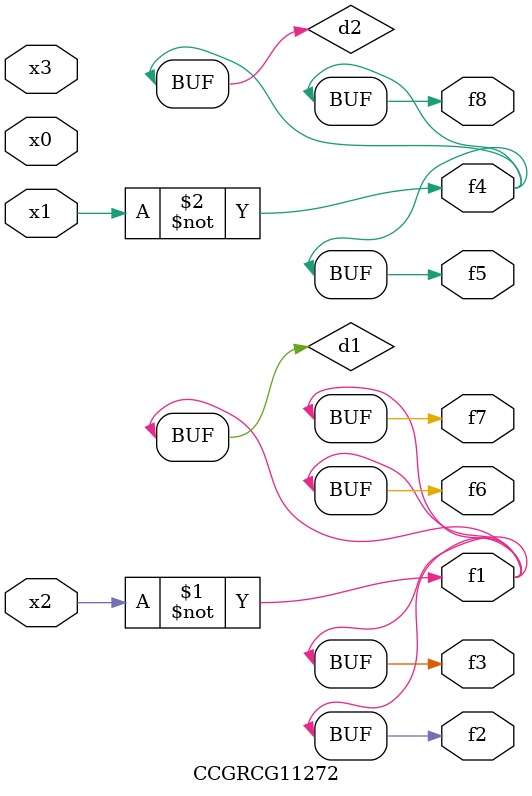
<source format=v>
module CCGRCG11272(
	input x0, x1, x2, x3,
	output f1, f2, f3, f4, f5, f6, f7, f8
);

	wire d1, d2;

	xnor (d1, x2);
	not (d2, x1);
	assign f1 = d1;
	assign f2 = d1;
	assign f3 = d1;
	assign f4 = d2;
	assign f5 = d2;
	assign f6 = d1;
	assign f7 = d1;
	assign f8 = d2;
endmodule

</source>
